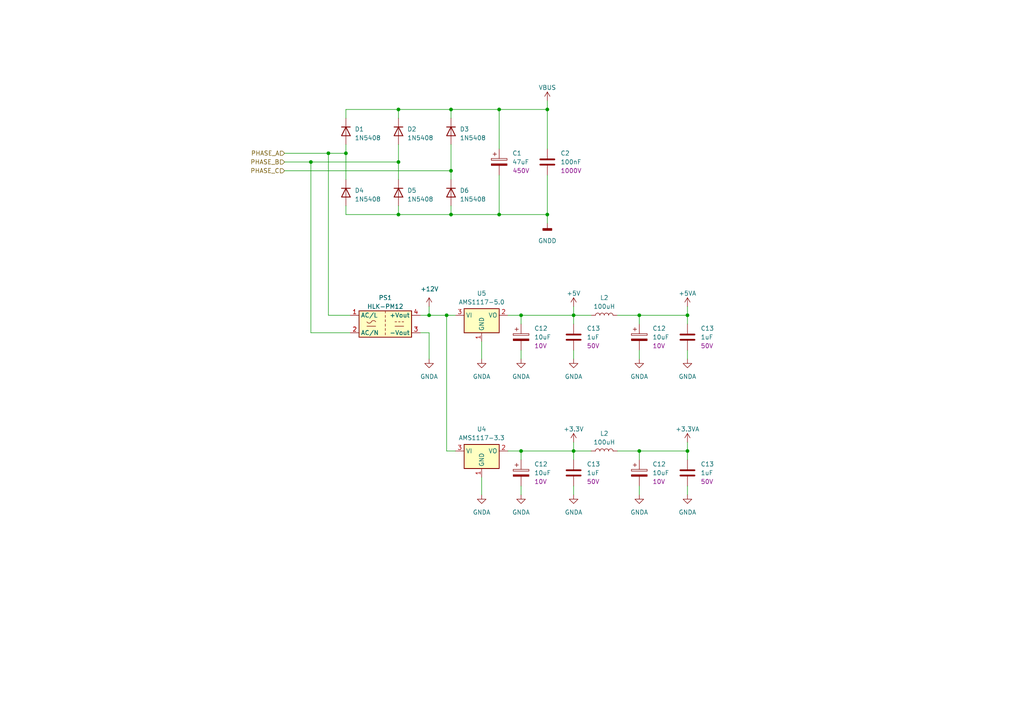
<source format=kicad_sch>
(kicad_sch (version 20230121) (generator eeschema)
  (paper "A4")
  (title_block (title "HIGH VOLTAGE POWER SUPPLY") (date "2023-10-23") (rev "REV1") (company "INSTITUTO TECNOLOGICO DE AERONAUTICA (ITA)") (comment 1 "PROF. COLOMBO") (comment 2 "OUTPUT CURRENT: 0 - 5 A") (comment 3 "OUTPUT VOLTAGE: 0 - 300 V"))
  (lib_symbols
    (symbol "Converter_ACDC:HLK-PM12"
      (property "Reference" "PS" (at 0 5.08 0))
      (property "Value" "HLK-PM12" (at 0 -5.08 0))
      (symbol "HLK-PM12_0_1"
        (rectangle (start -7.62 3.81) (end 7.62 -3.81) (stroke (width 0.254)) (fill (type background)))
        (arc (start -5.334 0.635) (mid -4.699 0.2495) (end -4.064 0.635))
        (arc (start -2.794 0.635) (mid -3.429 1.0072) (end -4.064 0.635))
        (polyline (pts (xy -5.334 -0.635) (xy -2.794 -0.635)))
        (polyline (pts (xy 0 -2.54) (xy 0 -3.175)))
        (polyline (pts (xy 0 -1.27) (xy 0 -1.905)))
        (polyline (pts (xy 0 0) (xy 0 -0.635)))
        (polyline (pts (xy 0 1.27) (xy 0 0.635)))
        (polyline (pts (xy 0 2.54) (xy 0 1.905)))
        (polyline (pts (xy 0 3.81) (xy 0 3.175)))
        (polyline (pts (xy 2.794 -0.635) (xy 5.334 -0.635)))
        (polyline (pts (xy 2.794 0.635) (xy 3.302 0.635)))
        (polyline (pts (xy 3.81 0.635) (xy 4.318 0.635)))
        (polyline (pts (xy 4.826 0.635) (xy 5.334 0.635)))
      )
      (symbol "HLK-PM12_1_1"
        (pin power_in line (at -10.16 2.54 0) (length 2.54) (name "AC/L") (number "1"))
        (pin power_in line (at -10.16 -2.54 0) (length 2.54) (name "AC/N") (number "2"))
        (pin power_out line (at 10.16 -2.54 180) (length 2.54) (name "-Vout") (number "3"))
        (pin power_out line (at 10.16 2.54 180) (length 2.54) (name "+Vout") (number "4"))
      )
    )
    (symbol "Device:C" (pin_numbers hide) (pin_names (offset 0.254))
      (property "Reference" "C" (at 0.635 2.54 0))
      (property "Value" "C" (at 0.635 -2.54 0))
      (symbol "C_0_1"
        (polyline (pts (xy -2.032 -0.762) (xy 2.032 -0.762)) (stroke (width 0.508)))
        (polyline (pts (xy -2.032 0.762) (xy 2.032 0.762)) (stroke (width 0.508)))
      )
      (symbol "C_1_1"
        (pin passive line (at 0 3.81 270) (length 2.794) (name "~") (number "1"))
        (pin passive line (at 0 -3.81 90) (length 2.794) (name "~") (number "2"))
      )
    )
    (symbol "Device:C_Polarized" (pin_numbers hide) (pin_names (offset 0.254))
      (property "Reference" "C" (at 0.635 2.54 0))
      (property "Value" "C_Polarized" (at 0.635 -2.54 0))
      (symbol "C_Polarized_0_1"
        (rectangle (start -2.286 0.508) (end 2.286 1.016))
        (polyline (pts (xy -1.778 2.286) (xy -0.762 2.286)))
        (polyline (pts (xy -1.27 2.794) (xy -1.27 1.778)))
        (rectangle (start 2.286 -0.508) (end -2.286 -1.016) (fill (type outline)))
      )
      (symbol "C_Polarized_1_1"
        (pin passive line (at 0 3.81 270) (length 2.794) (name "~") (number "1"))
        (pin passive line (at 0 -3.81 90) (length 2.794) (name "~") (number "2"))
      )
    )
    (symbol "Device:L" (pin_numbers hide) (pin_names (offset 1.016) hide)
      (property "Reference" "L" (at -1.27 0 90))
      (property "Value" "L" (at 1.905 0 90))
      (symbol "L_0_1"
        (arc (start 0 -2.54) (mid 0.6323 -1.905) (end 0 -1.27))
        (arc (start 0 -1.27) (mid 0.6323 -0.635) (end 0 0))
        (arc (start 0 0) (mid 0.6323 0.635) (end 0 1.27))
        (arc (start 0 1.27) (mid 0.6323 1.905) (end 0 2.54))
      )
      (symbol "L_1_1"
        (pin passive line (at 0 3.81 270) (length 1.27) (name "1") (number "1"))
        (pin passive line (at 0 -3.81 90) (length 1.27) (name "2") (number "2"))
      )
    )
    (symbol "Diode:1N5408" (pin_numbers hide) (pin_names hide)
      (property "Reference" "D" (at 0 2.54 0))
      (property "Value" "1N5408" (at 0 -2.54 0))
      (symbol "1N5408_0_1"
        (polyline (pts (xy -1.27 1.27) (xy -1.27 -1.27)) (stroke (width 0.254)))
        (polyline (pts (xy 1.27 0) (xy -1.27 0)))
        (polyline (pts (xy 1.27 1.27) (xy 1.27 -1.27) (xy -1.27 0) (xy 1.27 1.27)) (stroke (width 0.254)))
      )
      (symbol "1N5408_1_1"
        (pin passive line (at -3.81 0 0) (length 2.54) (name "K") (number "1"))
        (pin passive line (at 3.81 0 180) (length 2.54) (name "A") (number "2"))
      )
    )
    (symbol "Regulator_Linear:AMS1117-3.3"
      (property "Reference" "U" (at -3.81 3.175 0))
      (property "Value" "AMS1117-3.3" (at 0 3.175 0))
      (symbol "AMS1117-3.3_0_1"
        (rectangle (start -5.08 -5.08) (end 5.08 1.905) (stroke (width 0.254)) (fill (type background)))
      )
      (symbol "AMS1117-3.3_1_1"
        (pin power_in line (at 0 -7.62 90) (length 2.54) (name "GND") (number "1"))
        (pin power_out line (at 7.62 0 180) (length 2.54) (name "VO") (number "2"))
        (pin power_in line (at -7.62 0 0) (length 2.54) (name "VI") (number "3"))
      )
    )
    (symbol "Regulator_Linear:AMS1117-5.0"
      (property "Reference" "U" (at -3.81 3.175 0))
      (property "Value" "AMS1117-5.0" (at 0 3.175 0))
      (symbol "AMS1117-5.0_0_1"
        (rectangle (start -5.08 -5.08) (end 5.08 1.905) (stroke (width 0.254)) (fill (type background)))
      )
      (symbol "AMS1117-5.0_1_1"
        (pin power_in line (at 0 -7.62 90) (length 2.54) (name "GND") (number "1"))
        (pin power_out line (at 7.62 0 180) (length 2.54) (name "VO") (number "2"))
        (pin power_in line (at -7.62 0 0) (length 2.54) (name "VI") (number "3"))
      )
    )
    (symbol "power:+12V" (power) (pin_names (offset 0))
      (property "Value" "+12V" (at 0 3.556 0))
      (symbol "+12V_0_1"
        (polyline (pts (xy -0.762 1.27) (xy 0 2.54)))
        (polyline (pts (xy 0 0) (xy 0 2.54)))
        (polyline (pts (xy 0 2.54) (xy 0.762 1.27)))
      )
      (symbol "+12V_1_1"
        (pin power_in line (at 0 0 90) (length 0) hide (name "+12V") (number "1"))
      )
    )
    (symbol "power:+3.3V" (power) (pin_names (offset 0))
      (property "Value" "+3.3V" (at 0 3.556 0))
      (symbol "+3.3V_0_1"
        (polyline (pts (xy -0.762 1.27) (xy 0 2.54)))
        (polyline (pts (xy 0 0) (xy 0 2.54)))
        (polyline (pts (xy 0 2.54) (xy 0.762 1.27)))
      )
      (symbol "+3.3V_1_1"
        (pin power_in line (at 0 0 90) (length 0) hide (name "+3.3V") (number "1"))
      )
    )
    (symbol "power:+3.3VA" (power) (pin_names (offset 0))
      (property "Value" "+3.3VA" (at 0 3.556 0))
      (symbol "+3.3VA_0_1"
        (polyline (pts (xy -0.762 1.27) (xy 0 2.54)))
        (polyline (pts (xy 0 0) (xy 0 2.54)))
        (polyline (pts (xy 0 2.54) (xy 0.762 1.27)))
      )
      (symbol "+3.3VA_1_1"
        (pin power_in line (at 0 0 90) (length 0) hide (name "+3.3VA") (number "1"))
      )
    )
    (symbol "power:+5V" (power) (pin_names (offset 0))
      (property "Value" "+5V" (at 0 3.556 0))
      (symbol "+5V_0_1"
        (polyline (pts (xy -0.762 1.27) (xy 0 2.54)))
        (polyline (pts (xy 0 0) (xy 0 2.54)))
        (polyline (pts (xy 0 2.54) (xy 0.762 1.27)))
      )
      (symbol "+5V_1_1"
        (pin power_in line (at 0 0 90) (length 0) hide (name "+5V") (number "1"))
      )
    )
    (symbol "power:+5VA" (power) (pin_names (offset 0))
      (property "Value" "+5VA" (at 0 3.556 0))
      (symbol "+5VA_0_1"
        (polyline (pts (xy -0.762 1.27) (xy 0 2.54)))
        (polyline (pts (xy 0 0) (xy 0 2.54)))
        (polyline (pts (xy 0 2.54) (xy 0.762 1.27)))
      )
      (symbol "+5VA_1_1"
        (pin power_in line (at 0 0 90) (length 0) hide (name "+5VA") (number "1"))
      )
    )
    (symbol "power:GNDA" (power) (pin_names (offset 0))
      (property "Value" "GNDA" (at 0 -3.81 0))
      (symbol "GNDA_0_1"
        (polyline (pts (xy 0 0) (xy 0 -1.27) (xy 1.27 -1.27) (xy 0 -2.54) (xy -1.27 -1.27) (xy 0 -1.27)))
      )
      (symbol "GNDA_1_1"
        (pin power_in line (at 0 0 270) (length 0) hide (name "GNDA") (number "1"))
      )
    )
    (symbol "power:GNDD" (power) (pin_names (offset 0))
      (property "Value" "GNDD" (at 0 -3.175 0))
      (symbol "GNDD_0_1"
        (rectangle (start -1.27 -1.524) (end 1.27 -2.032) (stroke (width 0.254)) (fill (type outline)))
        (polyline (pts (xy 0 0) (xy 0 -1.524)))
      )
      (symbol "GNDD_1_1"
        (pin power_in line (at 0 0 270) (length 0) hide (name "GNDD") (number "1"))
      )
    )
    (symbol "power:VBUS" (power) (pin_names (offset 0))
      (property "Value" "VBUS" (at 0 3.81 0))
      (symbol "VBUS_0_1"
        (polyline (pts (xy -0.762 1.27) (xy 0 2.54)))
        (polyline (pts (xy 0 0) (xy 0 2.54)))
        (polyline (pts (xy 0 2.54) (xy 0.762 1.27)))
      )
      (symbol "VBUS_1_1"
        (pin power_in line (at 0 0 90) (length 0) hide (name "VBUS") (number "1"))
      )
    )
  )
  (junction (at 95.25 44.45))
  (junction (at 144.78 31.75))
  (junction (at 130.81 31.75))
  (junction (at 158.75 31.75))
  (junction (at 144.78 62.23))
  (junction (at 185.42 130.81))
  (junction (at 130.81 49.53))
  (junction (at 115.57 46.99))
  (junction (at 129.54 91.44))
  (junction (at 151.13 91.44))
  (junction (at 185.42 91.44))
  (junction (at 130.81 62.23))
  (junction (at 90.17 46.99))
  (junction (at 151.13 130.81))
  (junction (at 115.57 31.75))
  (junction (at 199.39 91.44))
  (junction (at 124.46 91.44))
  (junction (at 100.33 44.45))
  (junction (at 115.57 62.23))
  (junction (at 166.37 91.44))
  (junction (at 158.75 62.23))
  (junction (at 199.39 130.81))
  (junction (at 166.37 130.81))
  (wire (pts (xy 185.42 101.6) (xy 185.42 104.14)))
  (wire (pts (xy 185.42 130.81) (xy 179.07 130.81)))
  (wire (pts (xy 101.6 91.44) (xy 95.25 91.44)))
  (wire (pts (xy 147.32 91.44) (xy 151.13 91.44)))
  (wire (pts (xy 90.17 46.99) (xy 90.17 96.52)))
  (wire (pts (xy 115.57 46.99) (xy 115.57 52.07)))
  (wire (pts (xy 115.57 31.75) (xy 130.81 31.75)))
  (wire (pts (xy 82.55 46.99) (xy 90.17 46.99)))
  (wire (pts (xy 166.37 140.97) (xy 166.37 143.51)))
  (wire (pts (xy 130.81 62.23) (xy 115.57 62.23)))
  (wire (pts (xy 199.39 130.81) (xy 185.42 130.81)))
  (wire (pts (xy 144.78 50.8) (xy 144.78 62.23)))
  (wire (pts (xy 151.13 140.97) (xy 151.13 143.51)))
  (wire (pts (xy 115.57 62.23) (xy 115.57 59.69)))
  (wire (pts (xy 147.32 130.81) (xy 151.13 130.81)))
  (wire (pts (xy 139.7 138.43) (xy 139.7 143.51)))
  (wire (pts (xy 130.81 41.91) (xy 130.81 49.53)))
  (wire (pts (xy 158.75 29.21) (xy 158.75 31.75)))
  (wire (pts (xy 121.92 96.52) (xy 124.46 96.52)))
  (wire (pts (xy 144.78 31.75) (xy 158.75 31.75)))
  (wire (pts (xy 151.13 130.81) (xy 151.13 133.35)))
  (wire (pts (xy 158.75 43.18) (xy 158.75 31.75)))
  (wire (pts (xy 151.13 91.44) (xy 166.37 91.44)))
  (wire (pts (xy 115.57 31.75) (xy 115.57 34.29)))
  (wire (pts (xy 144.78 43.18) (xy 144.78 31.75)))
  (wire (pts (xy 100.33 59.69) (xy 100.33 62.23)))
  (wire (pts (xy 90.17 46.99) (xy 115.57 46.99)))
  (wire (pts (xy 199.39 88.9) (xy 199.39 91.44)))
  (wire (pts (xy 82.55 44.45) (xy 95.25 44.45)))
  (wire (pts (xy 121.92 91.44) (xy 124.46 91.44)))
  (wire (pts (xy 166.37 101.6) (xy 166.37 104.14)))
  (wire (pts (xy 129.54 130.81) (xy 129.54 91.44)))
  (wire (pts (xy 95.25 44.45) (xy 95.25 91.44)))
  (wire (pts (xy 101.6 96.52) (xy 90.17 96.52)))
  (wire (pts (xy 129.54 91.44) (xy 132.08 91.44)))
  (wire (pts (xy 132.08 130.81) (xy 129.54 130.81)))
  (wire (pts (xy 199.39 140.97) (xy 199.39 143.51)))
  (wire (pts (xy 144.78 62.23) (xy 130.81 62.23)))
  (wire (pts (xy 166.37 91.44) (xy 166.37 88.9)))
  (wire (pts (xy 199.39 101.6) (xy 199.39 104.14)))
  (wire (pts (xy 185.42 91.44) (xy 185.42 93.98)))
  (wire (pts (xy 130.81 49.53) (xy 130.81 52.07)))
  (wire (pts (xy 199.39 130.81) (xy 199.39 133.35)))
  (wire (pts (xy 139.7 99.06) (xy 139.7 104.14)))
  (wire (pts (xy 82.55 49.53) (xy 130.81 49.53)))
  (wire (pts (xy 166.37 91.44) (xy 166.37 93.98)))
  (wire (pts (xy 199.39 91.44) (xy 185.42 91.44)))
  (wire (pts (xy 144.78 31.75) (xy 130.81 31.75)))
  (wire (pts (xy 124.46 96.52) (xy 124.46 104.14)))
  (wire (pts (xy 100.33 41.91) (xy 100.33 44.45)))
  (wire (pts (xy 185.42 91.44) (xy 179.07 91.44)))
  (wire (pts (xy 130.81 34.29) (xy 130.81 31.75)))
  (wire (pts (xy 151.13 101.6) (xy 151.13 104.14)))
  (wire (pts (xy 124.46 91.44) (xy 129.54 91.44)))
  (wire (pts (xy 115.57 41.91) (xy 115.57 46.99)))
  (wire (pts (xy 100.33 62.23) (xy 115.57 62.23)))
  (wire (pts (xy 100.33 34.29) (xy 100.33 31.75)))
  (wire (pts (xy 185.42 140.97) (xy 185.42 143.51)))
  (wire (pts (xy 151.13 91.44) (xy 151.13 93.98)))
  (wire (pts (xy 199.39 91.44) (xy 199.39 93.98)))
  (wire (pts (xy 100.33 31.75) (xy 115.57 31.75)))
  (wire (pts (xy 100.33 44.45) (xy 100.33 52.07)))
  (wire (pts (xy 166.37 130.81) (xy 166.37 128.27)))
  (wire (pts (xy 130.81 59.69) (xy 130.81 62.23)))
  (wire (pts (xy 124.46 91.44) (xy 124.46 88.9)))
  (wire (pts (xy 158.75 62.23) (xy 158.75 64.77)))
  (wire (pts (xy 185.42 130.81) (xy 185.42 133.35)))
  (wire (pts (xy 166.37 130.81) (xy 166.37 133.35)))
  (wire (pts (xy 166.37 91.44) (xy 171.45 91.44)))
  (wire (pts (xy 144.78 62.23) (xy 158.75 62.23)))
  (wire (pts (xy 199.39 128.27) (xy 199.39 130.81)))
  (wire (pts (xy 95.25 44.45) (xy 100.33 44.45)))
  (wire (pts (xy 166.37 130.81) (xy 171.45 130.81)))
  (wire (pts (xy 158.75 50.8) (xy 158.75 62.23)))
  (wire (pts (xy 151.13 130.81) (xy 166.37 130.81)))
  (hierarchical_label "PHASE_C" (shape input) (at 82.55 49.53 180))
  (hierarchical_label "PHASE_B" (shape input) (at 82.55 46.99 180))
  (hierarchical_label "PHASE_A" (shape input) (at 82.55 44.45 180))
  (symbol (lib_id "power:+3.3VA") (at 199.39 128.27 0) (unit 1)
    (property "Reference" "#PWR033" (effects hide))
    (property "Value" "+3.3VA" (at 199.39 124.46 0))
    (instances (project "board" (path "" (reference "#PWR033") (unit 1)) (path "" (reference "#PWR022") (unit 1))))
  )
  (symbol (lib_id "Device:C") (at 199.39 97.79 0) (unit 1)
    (property "Reference" "C13" (at 203.2 95.25 0) (effects (justify left)))
    (property "Value" "1uF" (at 203.2 97.79 0) (effects (justify left)))
    (property "Footprint" "Capacitor_SMD:C_1206_3216Metric" (effects hide))
    (property "Voltage" "50V" (at 203.2 100.33 0) (effects (justify left)))
    (instances (project "board" (path "" (reference "C13") (unit 1)) (path "" (reference "C10") (unit 1))))
  )
  (symbol (lib_id "power:GNDA") (at 139.7 104.14 0) (unit 1)
    (property "Reference" "#PWR036" (effects hide))
    (property "Value" "GNDA" (at 139.7 109.22 0))
    (instances (project "board" (path "" (reference "#PWR036") (unit 1)) (path "" (reference "#PWR08") (unit 1))))
  )
  (symbol (lib_id "power:GNDA") (at 139.7 143.51 0) (unit 1)
    (property "Reference" "#PWR036" (effects hide))
    (property "Value" "GNDA" (at 139.7 148.59 0))
    (instances (project "board" (path "" (reference "#PWR036") (unit 1)) (path "" (reference "#PWR09") (unit 1))))
  )
  (symbol (lib_id "Device:L") (at 175.26 130.81 90) (unit 1)
    (property "Reference" "L2" (at 175.26 125.73 90))
    (property "Value" "100uH" (at 175.26 128.27 90))
    (property "Footprint" "Inductor_SMD:L_7.3x7.3_H4.5" (effects hide))
  )
  (symbol (lib_id "power:GNDA") (at 199.39 143.51 0) (unit 1)
    (property "Reference" "#PWR036" (effects hide))
    (property "Value" "GNDA" (at 199.39 148.59 0))
    (instances (project "board" (path "" (reference "#PWR036") (unit 1)) (path "" (reference "#PWR023") (unit 1))))
  )
  (symbol (lib_id "power:GNDA") (at 166.37 104.14 0) (unit 1)
    (property "Reference" "#PWR036" (effects hide))
    (property "Value" "GNDA" (at 166.37 109.22 0))
    (instances (project "board" (path "" (reference "#PWR036") (unit 1)) (path "" (reference "#PWR015") (unit 1))))
  )
  (symbol (lib_id "power:GNDA") (at 185.42 104.14 0) (unit 1)
    (property "Reference" "#PWR036" (effects hide))
    (property "Value" "GNDA" (at 185.42 109.22 0))
    (instances (project "board" (path "" (reference "#PWR036") (unit 1)) (path "" (reference "#PWR018") (unit 1))))
  )
  (symbol (lib_id "Diode:1N5408") (at 100.33 38.1 270) (unit 1)
    (property "Reference" "D1" (at 102.87 37.465 90) (effects (justify left)))
    (property "Value" "1N5408" (at 102.87 40.005 90) (effects (justify left)))
    (property "Footprint" "Diode_THT:D_DO-201AD_P5.08mm_Vertical_KathodeUp" (effects hide))
    (property "Datasheet" "http://www.vishay.com/docs/88516/1n5400.pdf" (effects hide))
    (property "Sim.Device" "D" (effects hide))
    (property "Sim.Pins" "1=K 2=A" (effects hide))
  )
  (symbol (lib_id "Diode:1N5408") (at 115.57 55.88 270) (unit 1)
    (property "Reference" "D5" (at 118.11 55.245 90) (effects (justify left)))
    (property "Value" "1N5408" (at 118.11 57.785 90) (effects (justify left)))
    (property "Footprint" "Diode_THT:D_DO-201AD_P5.08mm_Vertical_KathodeUp" (effects hide))
    (property "Datasheet" "http://www.vishay.com/docs/88516/1n5400.pdf" (effects hide))
    (property "Sim.Device" "D" (effects hide))
    (property "Sim.Pins" "1=K 2=A" (effects hide))
    (instances (project "board" (path "" (reference "D5") (unit 1)) (path "" (reference "D4") (unit 1))))
  )
  (symbol (lib_id "Regulator_Linear:AMS1117-3.3") (at 139.7 130.81 0) (unit 1)
    (property "Reference" "U4" (at 139.7 124.46 0))
    (property "Value" "AMS1117-3.3" (at 139.7 127 0))
    (property "Footprint" "Package_TO_SOT_SMD:SOT-223-3_TabPin2" (effects hide))
    (property "Datasheet" "http://www.advanced-monolithic.com/pdf/ds1117.pdf" (effects hide))
    (instances (project "board" (path "" (reference "U4") (unit 1)) (path "" (reference "U2") (unit 1))))
  )
  (symbol (lib_id "Regulator_Linear:AMS1117-5.0") (at 139.7 91.44 0) (unit 1)
    (property "Reference" "U5" (at 139.7 85.09 0))
    (property "Value" "AMS1117-5.0" (at 139.7 87.63 0))
    (property "Footprint" "Package_TO_SOT_SMD:SOT-223-3_TabPin2" (effects hide))
    (property "Datasheet" "http://www.advanced-monolithic.com/pdf/ds1117.pdf" (effects hide))
    (instances (project "board" (path "" (reference "U5") (unit 1)) (path "" (reference "U1") (unit 1))))
  )
  (symbol (lib_id "Device:L") (at 175.26 91.44 90) (unit 1)
    (property "Reference" "L2" (at 175.26 86.36 90))
    (property "Value" "100uH" (at 175.26 88.9 90))
    (property "Footprint" "Inductor_SMD:L_7.3x7.3_H4.5" (effects hide))
    (instances (project "board" (path "" (reference "L2") (unit 1)) (path "" (reference "L1") (unit 1))))
  )
  (symbol (lib_id "Device:C") (at 166.37 97.79 0) (unit 1)
    (property "Reference" "C13" (at 170.18 95.25 0) (effects (justify left)))
    (property "Value" "1uF" (at 170.18 97.79 0) (effects (justify left)))
    (property "Footprint" "Capacitor_SMD:C_1206_3216Metric" (effects hide))
    (property "Voltage" "50V" (at 170.18 100.33 0) (effects (justify left)))
    (instances (project "board" (path "" (reference "C13") (unit 1)) (path "" (reference "C6") (unit 1))))
  )
  (symbol (lib_id "Device:C") (at 199.39 137.16 0) (unit 1)
    (property "Reference" "C13" (at 203.2 134.62 0) (effects (justify left)))
    (property "Value" "1uF" (at 203.2 137.16 0) (effects (justify left)))
    (property "Footprint" "Capacitor_SMD:C_1206_3216Metric" (effects hide))
    (property "Voltage" "50V" (at 203.2 139.7 0) (effects (justify left)))
    (instances (project "board" (path "" (reference "C13") (unit 1)) (path "" (reference "C11") (unit 1))))
  )
  (symbol (lib_id "Device:C_Polarized") (at 185.42 137.16 0) (unit 1)
    (property "Reference" "C12" (at 189.23 134.62 0) (effects (justify left)))
    (property "Value" "10uF" (at 189.23 137.16 0) (effects (justify left)))
    (property "Footprint" "Capacitor_Tantalum_SMD:CP_EIA-3216-18_Kemet-A" (effects hide))
    (property "Voltage" "10V" (at 189.23 139.7 0) (effects (justify left)))
    (instances (project "board" (path "" (reference "C12") (unit 1)) (path "" (reference "C9") (unit 1))))
  )
  (symbol (lib_id "power:GNDA") (at 166.37 143.51 0) (unit 1)
    (property "Reference" "#PWR036" (effects hide))
    (property "Value" "GNDA" (at 166.37 148.59 0))
    (instances (project "board" (path "" (reference "#PWR036") (unit 1)) (path "" (reference "#PWR017") (unit 1))))
  )
  (symbol (lib_id "Device:C_Polarized") (at 144.78 46.99 0) (unit 1)
    (property "Reference" "C1" (at 148.59 44.45 0) (effects (justify left)))
    (property "Value" "47uF" (at 148.59 46.99 0) (effects (justify left)))
    (property "Footprint" "Capacitor_THT:CP_Radial_D16.0mm_P7.50mm" (effects hide))
    (property "Voltage" "450V" (at 151.13 49.53 0))
    (instances (project "board" (path "" (reference "C1") (unit 1)) (path "" (reference "C2") (unit 1))))
  )
  (symbol (lib_id "Diode:1N5408") (at 115.57 38.1 270) (unit 1)
    (property "Reference" "D2" (at 118.11 37.465 90) (effects (justify left)))
    (property "Value" "1N5408" (at 118.11 40.005 90) (effects (justify left)))
    (property "Footprint" "Diode_THT:D_DO-201AD_P5.08mm_Vertical_KathodeUp" (effects hide))
    (property "Datasheet" "http://www.vishay.com/docs/88516/1n5400.pdf" (effects hide))
    (property "Sim.Device" "D" (effects hide))
    (property "Sim.Pins" "1=K 2=A" (effects hide))
    (instances (project "board" (path "" (reference "D2") (unit 1)) (path "" (reference "D3") (unit 1))))
  )
  (symbol (lib_id "power:GNDA") (at 124.46 104.14 0) (unit 1)
    (property "Reference" "#PWR06" (effects hide))
    (property "Value" "GNDA" (at 124.46 109.22 0))
    (instances (project "board" (path "" (reference "#PWR06") (unit 1)) (path "" (reference "#PWR07") (unit 1))))
  )
  (symbol (lib_id "Diode:1N5408") (at 100.33 55.88 270) (unit 1)
    (property "Reference" "D4" (at 102.87 55.245 90) (effects (justify left)))
    (property "Value" "1N5408" (at 102.87 57.785 90) (effects (justify left)))
    (property "Footprint" "Diode_THT:D_DO-201AD_P5.08mm_Vertical_KathodeUp" (effects hide))
    (property "Datasheet" "http://www.vishay.com/docs/88516/1n5400.pdf" (effects hide))
    (property "Sim.Device" "D" (effects hide))
    (property "Sim.Pins" "1=K 2=A" (effects hide))
    (instances (project "board" (path "" (reference "D4") (unit 1)) (path "" (reference "D2") (unit 1))))
  )
  (symbol (lib_id "power:+12V") (at 124.46 88.9 0) (unit 1)
    (property "Reference" "#PWR07" (effects hide))
    (property "Value" "+12V" (at 121.92 83.82 0) (effects (justify left)))
    (instances (project "board" (path "" (reference "#PWR07") (unit 1)) (path "" (reference "#PWR06") (unit 1))))
  )
  (symbol (lib_id "Device:C_Polarized") (at 185.42 97.79 0) (unit 1)
    (property "Reference" "C12" (at 189.23 95.25 0) (effects (justify left)))
    (property "Value" "10uF" (at 189.23 97.79 0) (effects (justify left)))
    (property "Footprint" "Capacitor_Tantalum_SMD:CP_EIA-3216-18_Kemet-A" (effects hide))
    (property "Voltage" "10V" (at 189.23 100.33 0) (effects (justify left)))
    (instances (project "board" (path "" (reference "C12") (unit 1)) (path "" (reference "C8") (unit 1))))
  )
  (symbol (lib_id "Diode:1N5408") (at 130.81 38.1 270) (unit 1)
    (property "Reference" "D3" (at 133.35 37.465 90) (effects (justify left)))
    (property "Value" "1N5408" (at 133.35 40.005 90) (effects (justify left)))
    (property "Footprint" "Diode_THT:D_DO-201AD_P5.08mm_Vertical_KathodeUp" (effects hide))
    (property "Datasheet" "http://www.vishay.com/docs/88516/1n5400.pdf" (effects hide))
    (property "Sim.Device" "D" (effects hide))
    (property "Sim.Pins" "1=K 2=A" (effects hide))
    (instances (project "board" (path "" (reference "D3") (unit 1)) (path "" (reference "D5") (unit 1))))
  )
  (symbol (lib_id "Converter_ACDC:HLK-PM12") (at 111.76 93.98 0) (unit 1)
    (property "Reference" "PS1" (at 111.76 86.36 0))
    (property "Value" "HLK-PM12" (at 111.76 88.9 0))
    (property "Footprint" "Converter_ACDC:Converter_ACDC_HiLink_HLK-PMxx" (effects hide))
    (property "Datasheet" "http://www.hlktech.net/product_detail.php?ProId=56" (effects hide))
  )
  (symbol (lib_id "Diode:1N5408") (at 130.81 55.88 270) (unit 1)
    (property "Reference" "D6" (at 133.35 55.245 90) (effects (justify left)))
    (property "Value" "1N5408" (at 133.35 57.785 90) (effects (justify left)))
    (property "Footprint" "Diode_THT:D_DO-201AD_P5.08mm_Vertical_KathodeUp" (effects hide))
    (property "Datasheet" "http://www.vishay.com/docs/88516/1n5400.pdf" (effects hide))
    (property "Sim.Device" "D" (effects hide))
    (property "Sim.Pins" "1=K 2=A" (effects hide))
  )
  (symbol (lib_id "power:GNDA") (at 199.39 104.14 0) (unit 1)
    (property "Reference" "#PWR036" (effects hide))
    (property "Value" "GNDA" (at 199.39 109.22 0))
    (instances (project "board" (path "" (reference "#PWR036") (unit 1)) (path "" (reference "#PWR021") (unit 1))))
  )
  (symbol (lib_id "Device:C") (at 158.75 46.99 0) (unit 1)
    (property "Reference" "C2" (at 162.56 44.45 0) (effects (justify left)))
    (property "Value" "100nF" (at 162.56 46.99 0) (effects (justify left)))
    (property "Footprint" "FootprintLibrary:C_Disc_D19.0mm_W3.0mm_P10.00mm" (effects hide))
    (property "Voltage" "1000V" (at 162.56 49.53 0) (effects (justify left)))
    (instances (project "board" (path "" (reference "C2") (unit 1)) (path "" (reference "C5") (unit 1))))
  )
  (symbol (lib_id "Device:C") (at 166.37 137.16 0) (unit 1)
    (property "Reference" "C13" (at 170.18 134.62 0) (effects (justify left)))
    (property "Value" "1uF" (at 170.18 137.16 0) (effects (justify left)))
    (property "Footprint" "Capacitor_SMD:C_1206_3216Metric" (effects hide))
    (property "Voltage" "50V" (at 170.18 139.7 0) (effects (justify left)))
    (instances (project "board" (path "" (reference "C13") (unit 1)) (path "" (reference "C7") (unit 1))))
  )
  (symbol (lib_id "power:+5VA") (at 199.39 88.9 0) (unit 1)
    (property "Reference" "#PWR031" (effects hide))
    (property "Value" "+5VA" (at 199.39 85.09 0))
    (instances (project "board" (path "" (reference "#PWR031") (unit 1)) (path "" (reference "#PWR020") (unit 1))))
  )
  (symbol (lib_id "power:GNDD") (at 158.75 64.77 0) (unit 1)
    (property "Reference" "#PWR05" (effects hide))
    (property "Value" "GNDD" (at 158.75 69.85 0))
    (instances (project "board" (path "" (reference "#PWR05") (unit 1)) (path "" (reference "#PWR013") (unit 1))))
  )
  (symbol (lib_id "power:GNDA") (at 151.13 104.14 0) (unit 1)
    (property "Reference" "#PWR036" (effects hide))
    (property "Value" "GNDA" (at 151.13 109.22 0))
    (instances (project "board" (path "" (reference "#PWR036") (unit 1)) (path "" (reference "#PWR010") (unit 1))))
  )
  (symbol (lib_id "power:+5V") (at 166.37 88.9 0) (unit 1)
    (property "Reference" "#PWR032" (effects hide))
    (property "Value" "+5V" (at 166.37 85.09 0))
    (instances (project "board" (path "" (reference "#PWR032") (unit 1)) (path "" (reference "#PWR014") (unit 1))))
  )
  (symbol (lib_id "power:GNDA") (at 185.42 143.51 0) (unit 1)
    (property "Reference" "#PWR036" (effects hide))
    (property "Value" "GNDA" (at 185.42 148.59 0))
    (instances (project "board" (path "" (reference "#PWR036") (unit 1)) (path "" (reference "#PWR019") (unit 1))))
  )
  (symbol (lib_id "power:+3.3V") (at 166.37 128.27 0) (unit 1)
    (property "Reference" "#PWR034" (effects hide))
    (property "Value" "+3.3V" (at 166.37 124.46 0))
    (instances (project "board" (path "" (reference "#PWR034") (unit 1)) (path "" (reference "#PWR016") (unit 1))))
  )
  (symbol (lib_id "power:GNDA") (at 151.13 143.51 0) (unit 1)
    (property "Reference" "#PWR036" (effects hide))
    (property "Value" "GNDA" (at 151.13 148.59 0))
    (instances (project "board" (path "" (reference "#PWR036") (unit 1)) (path "" (reference "#PWR011") (unit 1))))
  )
  (symbol (lib_id "Device:C_Polarized") (at 151.13 97.79 0) (unit 1)
    (property "Reference" "C12" (at 154.94 95.25 0) (effects (justify left)))
    (property "Value" "10uF" (at 154.94 97.79 0) (effects (justify left)))
    (property "Footprint" "Capacitor_Tantalum_SMD:CP_EIA-3216-18_Kemet-A" (effects hide))
    (property "Voltage" "10V" (at 154.94 100.33 0) (effects (justify left)))
    (instances (project "board" (path "" (reference "C12") (unit 1)) (path "" (reference "C3") (unit 1))))
  )
  (symbol (lib_id "power:VBUS") (at 158.75 29.21 0) (unit 1)
    (property "Reference" "#PWR012" (effects hide))
    (property "Value" "VBUS" (at 158.75 25.4 0))
  )
  (symbol (lib_id "Device:C_Polarized") (at 151.13 137.16 0) (unit 1)
    (property "Reference" "C12" (at 154.94 134.62 0) (effects (justify left)))
    (property "Value" "10uF" (at 154.94 137.16 0) (effects (justify left)))
    (property "Footprint" "Capacitor_Tantalum_SMD:CP_EIA-3216-18_Kemet-A" (effects hide))
    (property "Voltage" "10V" (at 154.94 139.7 0) (effects (justify left)))
    (instances (project "board" (path "" (reference "C12") (unit 1)) (path "" (reference "C4") (unit 1))))
  )
)
</source>
